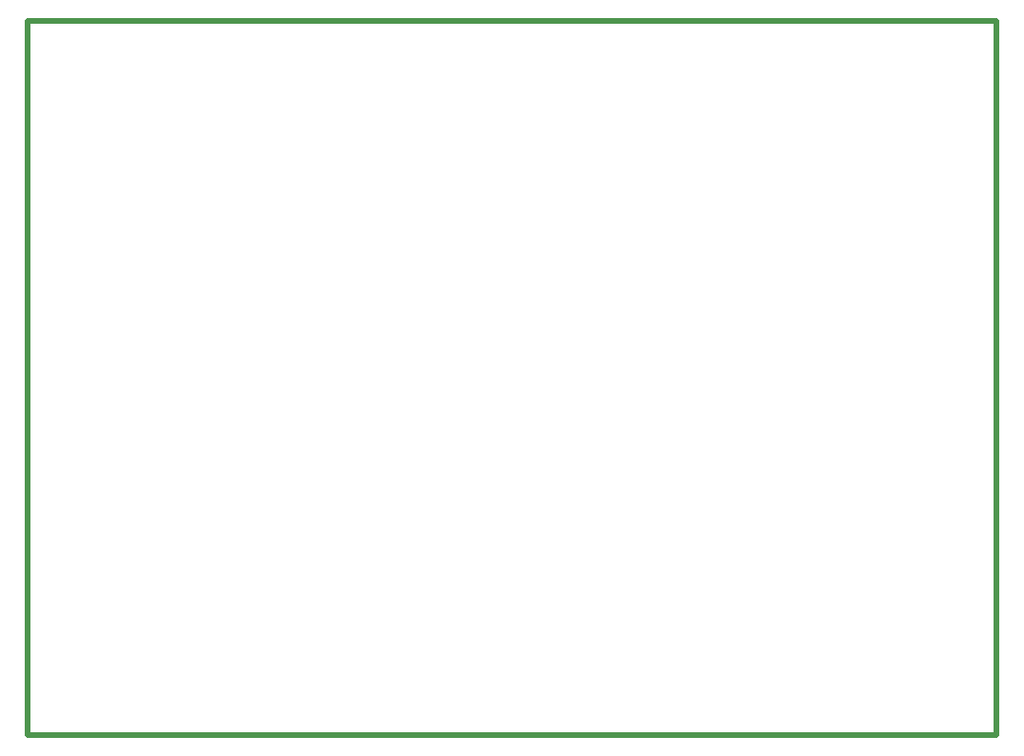
<source format=gm1>
G04*
G04 #@! TF.GenerationSoftware,Altium Limited,Altium Designer,21.9.1 (22)*
G04*
G04 Layer_Color=16711935*
%FSLAX42Y42*%
%MOMM*%
G71*
G04*
G04 #@! TF.SameCoordinates,B3A7D64E-7091-44AA-A069-5FD8CBDAA8E7*
G04*
G04*
G04 #@! TF.FilePolarity,Positive*
G04*
G01*
G75*
%ADD67C,0.51*%
D67*
X2540Y2883D02*
Y8242D01*
Y9246D01*
X11163D01*
X2540Y2883D02*
X10541D01*
X11163D01*
X11163Y9246D01*
M02*

</source>
